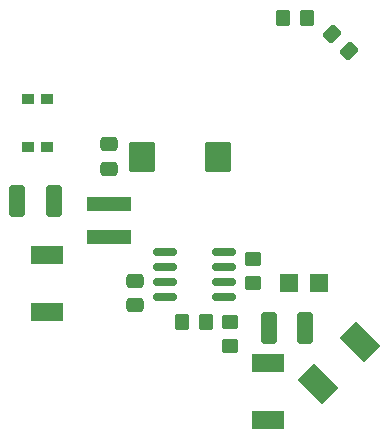
<source format=gbr>
%TF.GenerationSoftware,KiCad,Pcbnew,(6.0.9)*%
%TF.CreationDate,2024-03-30T18:33:12+01:00*%
%TF.ProjectId,HBW-IO-12-FM,4842572d-494f-42d3-9132-2d464d2e6b69,rev?*%
%TF.SameCoordinates,Original*%
%TF.FileFunction,Paste,Top*%
%TF.FilePolarity,Positive*%
%FSLAX46Y46*%
G04 Gerber Fmt 4.6, Leading zero omitted, Abs format (unit mm)*
G04 Created by KiCad (PCBNEW (6.0.9)) date 2024-03-30 18:33:12*
%MOMM*%
%LPD*%
G01*
G04 APERTURE LIST*
G04 Aperture macros list*
%AMRoundRect*
0 Rectangle with rounded corners*
0 $1 Rounding radius*
0 $2 $3 $4 $5 $6 $7 $8 $9 X,Y pos of 4 corners*
0 Add a 4 corners polygon primitive as box body*
4,1,4,$2,$3,$4,$5,$6,$7,$8,$9,$2,$3,0*
0 Add four circle primitives for the rounded corners*
1,1,$1+$1,$2,$3*
1,1,$1+$1,$4,$5*
1,1,$1+$1,$6,$7*
1,1,$1+$1,$8,$9*
0 Add four rect primitives between the rounded corners*
20,1,$1+$1,$2,$3,$4,$5,0*
20,1,$1+$1,$4,$5,$6,$7,0*
20,1,$1+$1,$6,$7,$8,$9,0*
20,1,$1+$1,$8,$9,$2,$3,0*%
%AMRotRect*
0 Rectangle, with rotation*
0 The origin of the aperture is its center*
0 $1 length*
0 $2 width*
0 $3 Rotation angle, in degrees counterclockwise*
0 Add horizontal line*
21,1,$1,$2,0,0,$3*%
G04 Aperture macros list end*
%ADD10RotRect,2.020000X2.950000X225.000000*%
%ADD11R,2.700000X1.500000*%
%ADD12RoundRect,0.250000X-0.548008X-0.088388X-0.088388X-0.548008X0.548008X0.088388X0.088388X0.548008X0*%
%ADD13RoundRect,0.250000X-0.475000X0.337500X-0.475000X-0.337500X0.475000X-0.337500X0.475000X0.337500X0*%
%ADD14R,3.700000X1.200000*%
%ADD15R,1.600000X1.600000*%
%ADD16RoundRect,0.250000X0.450000X-0.350000X0.450000X0.350000X-0.450000X0.350000X-0.450000X-0.350000X0*%
%ADD17RoundRect,0.250000X-0.350000X-0.450000X0.350000X-0.450000X0.350000X0.450000X-0.350000X0.450000X0*%
%ADD18RoundRect,0.250000X-0.875000X-1.025000X0.875000X-1.025000X0.875000X1.025000X-0.875000X1.025000X0*%
%ADD19RoundRect,0.250000X0.350000X0.450000X-0.350000X0.450000X-0.350000X-0.450000X0.350000X-0.450000X0*%
%ADD20RoundRect,0.250000X0.412500X1.100000X-0.412500X1.100000X-0.412500X-1.100000X0.412500X-1.100000X0*%
%ADD21RoundRect,0.150000X-0.825000X-0.150000X0.825000X-0.150000X0.825000X0.150000X-0.825000X0.150000X0*%
%ADD22R,1.000000X0.900000*%
%ADD23RoundRect,0.250000X-0.412500X-1.100000X0.412500X-1.100000X0.412500X1.100000X-0.412500X1.100000X0*%
G04 APERTURE END LIST*
D10*
%TO.C,SI1*%
X166750000Y-85464466D03*
X163214466Y-89000000D03*
%TD*%
D11*
%TO.C,D3*%
X140250000Y-78100000D03*
X140250000Y-82900000D03*
%TD*%
D12*
%TO.C,D1*%
X164425216Y-59305216D03*
X165874784Y-60754784D03*
%TD*%
D13*
%TO.C,C19*%
X147750000Y-80250000D03*
X147750000Y-82325000D03*
%TD*%
D14*
%TO.C,L1*%
X145500000Y-73700000D03*
X145500000Y-76500000D03*
%TD*%
D11*
%TO.C,D2*%
X159000000Y-87200000D03*
X159000000Y-92000000D03*
%TD*%
D15*
%TO.C,C17*%
X160794888Y-80400000D03*
X163294888Y-80400000D03*
%TD*%
D16*
%TO.C,R16*%
X157750000Y-80400000D03*
X157750000Y-78400000D03*
%TD*%
D17*
%TO.C,R14*%
X160300000Y-58000000D03*
X162300000Y-58000000D03*
%TD*%
D13*
%TO.C,C21*%
X145500000Y-68675000D03*
X145500000Y-70750000D03*
%TD*%
D18*
%TO.C,C20*%
X148350000Y-69750000D03*
X154750000Y-69750000D03*
%TD*%
D19*
%TO.C,R18*%
X153750000Y-83750000D03*
X151750000Y-83750000D03*
%TD*%
D20*
%TO.C,C22*%
X140875000Y-73500000D03*
X137750000Y-73500000D03*
%TD*%
D21*
%TO.C,IC4*%
X150275000Y-77845000D03*
X150275000Y-79115000D03*
X150275000Y-80385000D03*
X150275000Y-81655000D03*
X155225000Y-81655000D03*
X155225000Y-80385000D03*
X155225000Y-79115000D03*
X155225000Y-77845000D03*
%TD*%
D22*
%TO.C,SW1*%
X140300000Y-64850000D03*
X140300000Y-68950000D03*
X138700000Y-64850000D03*
X138700000Y-68950000D03*
%TD*%
D16*
%TO.C,R17*%
X155750000Y-85750000D03*
X155750000Y-83750000D03*
%TD*%
D23*
%TO.C,C18*%
X159037500Y-84250000D03*
X162162500Y-84250000D03*
%TD*%
M02*

</source>
